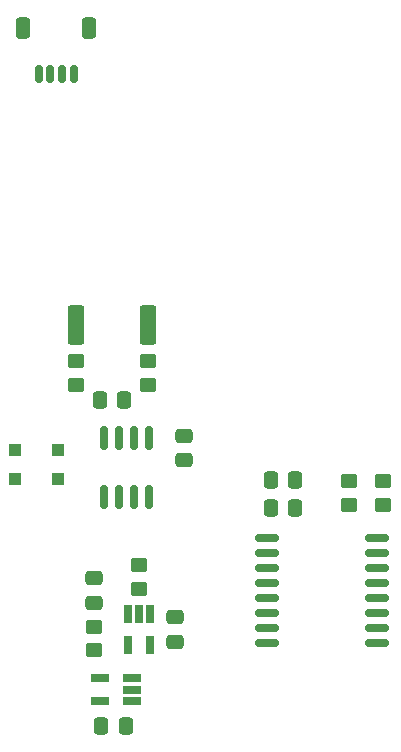
<source format=gbr>
%TF.GenerationSoftware,KiCad,Pcbnew,(6.99.0-2504-g6a9c6e8599)*%
%TF.CreationDate,2023-09-14T00:09:01-07:00*%
%TF.ProjectId,BuoyPower,42756f79-506f-4776-9572-2e6b69636164,rev?*%
%TF.SameCoordinates,Original*%
%TF.FileFunction,Paste,Top*%
%TF.FilePolarity,Positive*%
%FSLAX46Y46*%
G04 Gerber Fmt 4.6, Leading zero omitted, Abs format (unit mm)*
G04 Created by KiCad (PCBNEW (6.99.0-2504-g6a9c6e8599)) date 2023-09-14 00:09:01*
%MOMM*%
%LPD*%
G01*
G04 APERTURE LIST*
G04 Aperture macros list*
%AMRoundRect*
0 Rectangle with rounded corners*
0 $1 Rounding radius*
0 $2 $3 $4 $5 $6 $7 $8 $9 X,Y pos of 4 corners*
0 Add a 4 corners polygon primitive as box body*
4,1,4,$2,$3,$4,$5,$6,$7,$8,$9,$2,$3,0*
0 Add four circle primitives for the rounded corners*
1,1,$1+$1,$2,$3*
1,1,$1+$1,$4,$5*
1,1,$1+$1,$6,$7*
1,1,$1+$1,$8,$9*
0 Add four rect primitives between the rounded corners*
20,1,$1+$1,$2,$3,$4,$5,0*
20,1,$1+$1,$4,$5,$6,$7,0*
20,1,$1+$1,$6,$7,$8,$9,0*
20,1,$1+$1,$8,$9,$2,$3,0*%
G04 Aperture macros list end*
%ADD10RoundRect,0.150000X-0.875000X-0.150000X0.875000X-0.150000X0.875000X0.150000X-0.875000X0.150000X0*%
%ADD11RoundRect,0.249999X-0.450001X-1.425001X0.450001X-1.425001X0.450001X1.425001X-0.450001X1.425001X0*%
%ADD12RoundRect,0.250000X0.475000X-0.337500X0.475000X0.337500X-0.475000X0.337500X-0.475000X-0.337500X0*%
%ADD13RoundRect,0.250000X-0.450000X0.350000X-0.450000X-0.350000X0.450000X-0.350000X0.450000X0.350000X0*%
%ADD14RoundRect,0.250000X0.450000X-0.350000X0.450000X0.350000X-0.450000X0.350000X-0.450000X-0.350000X0*%
%ADD15R,1.000000X1.000000*%
%ADD16R,0.650000X1.560000*%
%ADD17RoundRect,0.150000X0.150000X0.625000X-0.150000X0.625000X-0.150000X-0.625000X0.150000X-0.625000X0*%
%ADD18RoundRect,0.250000X0.350000X0.650000X-0.350000X0.650000X-0.350000X-0.650000X0.350000X-0.650000X0*%
%ADD19RoundRect,0.250000X0.337500X0.475000X-0.337500X0.475000X-0.337500X-0.475000X0.337500X-0.475000X0*%
%ADD20RoundRect,0.150000X0.150000X-0.825000X0.150000X0.825000X-0.150000X0.825000X-0.150000X-0.825000X0*%
%ADD21RoundRect,0.250000X-0.475000X0.337500X-0.475000X-0.337500X0.475000X-0.337500X0.475000X0.337500X0*%
%ADD22R,1.560000X0.650000*%
G04 APERTURE END LIST*
D10*
%TO.C,U8*%
X156005000Y-109855000D03*
X156005000Y-111125000D03*
X156005000Y-112395000D03*
X156005000Y-113665000D03*
X156005000Y-114935000D03*
X156005000Y-116205000D03*
X156005000Y-117475000D03*
X156005000Y-118745000D03*
X165305000Y-118745000D03*
X165305000Y-117475000D03*
X165305000Y-116205000D03*
X165305000Y-114935000D03*
X165305000Y-113665000D03*
X165305000Y-112395000D03*
X165305000Y-111125000D03*
X165305000Y-109855000D03*
%TD*%
D11*
%TO.C,R10*%
X139825000Y-91821000D03*
X145925000Y-91821000D03*
%TD*%
D12*
%TO.C,C2*%
X141351000Y-115337500D03*
X141351000Y-113262500D03*
%TD*%
D13*
%TO.C,R15*%
X145161000Y-112157000D03*
X145161000Y-114157000D03*
%TD*%
D14*
%TO.C,R14*%
X165862000Y-107045000D03*
X165862000Y-105045000D03*
%TD*%
D15*
%TO.C,D1*%
X134721599Y-104881999D03*
X134721599Y-102381999D03*
%TD*%
D16*
%TO.C,U9*%
X146110999Y-118951999D03*
X144210999Y-118951999D03*
X144210999Y-116251999D03*
X145160999Y-116251999D03*
X146110999Y-116251999D03*
%TD*%
D12*
%TO.C,C1*%
X148971000Y-103272500D03*
X148971000Y-101197500D03*
%TD*%
D17*
%TO.C,J6*%
X139676000Y-70580000D03*
X138676000Y-70580000D03*
X137676000Y-70580000D03*
X136676000Y-70580000D03*
D18*
X140976000Y-66705000D03*
X135376000Y-66705000D03*
%TD*%
D19*
%TO.C,C15*%
X144039500Y-125730000D03*
X141964500Y-125730000D03*
%TD*%
D20*
%TO.C,U3*%
X142240000Y-106361000D03*
X143510000Y-106361000D03*
X144780000Y-106361000D03*
X146050000Y-106361000D03*
X146050000Y-101411000D03*
X144780000Y-101411000D03*
X143510000Y-101411000D03*
X142240000Y-101411000D03*
%TD*%
D13*
%TO.C,R11*%
X139827000Y-94885000D03*
X139827000Y-96885000D03*
%TD*%
D21*
%TO.C,C13*%
X148209000Y-116564500D03*
X148209000Y-118639500D03*
%TD*%
D14*
%TO.C,R13*%
X162941000Y-107045000D03*
X162941000Y-105045000D03*
%TD*%
D15*
%TO.C,D2*%
X138353799Y-104881999D03*
X138353799Y-102381999D03*
%TD*%
D14*
%TO.C,R1*%
X141351000Y-119364000D03*
X141351000Y-117364000D03*
%TD*%
D13*
%TO.C,R12*%
X145923000Y-94885000D03*
X145923000Y-96885000D03*
%TD*%
D19*
%TO.C,C3*%
X143912500Y-98171000D03*
X141837500Y-98171000D03*
%TD*%
%TO.C,C12*%
X158390500Y-107315000D03*
X156315500Y-107315000D03*
%TD*%
D22*
%TO.C,U11*%
X141905999Y-123631999D03*
X141905999Y-121731999D03*
X144605999Y-121731999D03*
X144605999Y-122681999D03*
X144605999Y-123631999D03*
%TD*%
D19*
%TO.C,C11*%
X158390500Y-104902000D03*
X156315500Y-104902000D03*
%TD*%
M02*

</source>
